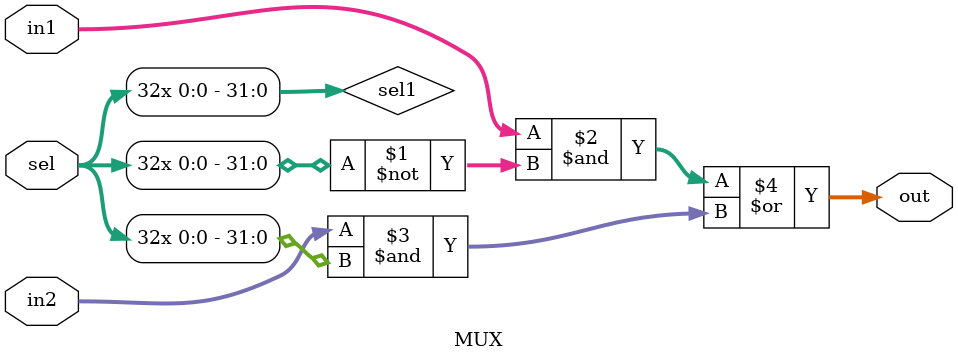
<source format=v>
module MUX #(parameter data_width=32)
(input [data_width-1:0] in1,
input [data_width-1:0] in2,
input sel,
output [data_width-1:0] out);

wire [data_width-1:0] sel1;

assign sel1[data_width-1:0]={data_width{sel}};

assign out=(in1&(~sel1))|(in2 & sel1);

endmodule

</source>
